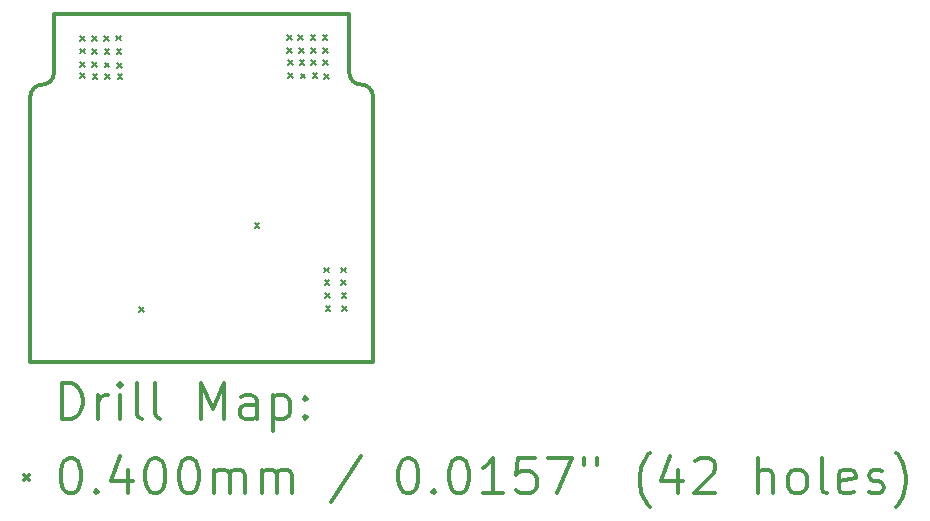
<source format=gbr>
%FSLAX45Y45*%
G04 Gerber Fmt 4.5, Leading zero omitted, Abs format (unit mm)*
G04 Created by KiCad (PCBNEW 5.1.12-84ad8e8a86~92~ubuntu20.04.1) date 2022-05-26 21:25:54*
%MOMM*%
%LPD*%
G01*
G04 APERTURE LIST*
%TA.AperFunction,Profile*%
%ADD10C,0.300000*%
%TD*%
%ADD11C,0.200000*%
%ADD12C,0.300000*%
G04 APERTURE END LIST*
D10*
X10045000Y-3508000D02*
G75*
G02*
X9945000Y-3608000I-100000J0D01*
G01*
X9845000Y-3708000D02*
G75*
G02*
X9945000Y-3608000I100000J0D01*
G01*
X10045000Y-3508000D02*
X10045000Y-3008000D01*
X9845000Y-3708000D02*
X9845000Y-5958000D01*
X10045000Y-3008000D02*
X12545000Y-3008000D01*
X12545000Y-3008000D02*
X12545000Y-3508000D01*
X12645000Y-3608000D02*
G75*
G02*
X12545000Y-3508000I0J100000D01*
G01*
X12645000Y-3608000D02*
G75*
G02*
X12745000Y-3708000I0J-100000D01*
G01*
X12745000Y-3708000D02*
X12745000Y-5958000D01*
X12745000Y-5958000D02*
X9845000Y-5958000D01*
D11*
X10263698Y-3304606D02*
X10303698Y-3344606D01*
X10303698Y-3304606D02*
X10263698Y-3344606D01*
X10264460Y-3416366D02*
X10304460Y-3456366D01*
X10304460Y-3416366D02*
X10264460Y-3456366D01*
X10264968Y-3200720D02*
X10304968Y-3240720D01*
X10304968Y-3200720D02*
X10264968Y-3240720D01*
X10265222Y-3513140D02*
X10305222Y-3553140D01*
X10305222Y-3513140D02*
X10265222Y-3553140D01*
X10366822Y-3199450D02*
X10406822Y-3239450D01*
X10406822Y-3199450D02*
X10366822Y-3239450D01*
X10367076Y-3307654D02*
X10407076Y-3347654D01*
X10407076Y-3307654D02*
X10367076Y-3347654D01*
X10369362Y-3421192D02*
X10409362Y-3461192D01*
X10409362Y-3421192D02*
X10369362Y-3461192D01*
X10372664Y-3519744D02*
X10412664Y-3559744D01*
X10412664Y-3519744D02*
X10372664Y-3559744D01*
X10470454Y-3196656D02*
X10510454Y-3236656D01*
X10510454Y-3196656D02*
X10470454Y-3236656D01*
X10472740Y-3306130D02*
X10512740Y-3346130D01*
X10512740Y-3306130D02*
X10472740Y-3346130D01*
X10472740Y-3422716D02*
X10512740Y-3462716D01*
X10512740Y-3422716D02*
X10472740Y-3462716D01*
X10478836Y-3521014D02*
X10518836Y-3561014D01*
X10518836Y-3521014D02*
X10478836Y-3561014D01*
X10571038Y-3194116D02*
X10611038Y-3234116D01*
X10611038Y-3194116D02*
X10571038Y-3234116D01*
X10574594Y-3307654D02*
X10614594Y-3347654D01*
X10614594Y-3307654D02*
X10574594Y-3347654D01*
X10580690Y-3425002D02*
X10620690Y-3465002D01*
X10620690Y-3425002D02*
X10580690Y-3465002D01*
X10583484Y-3522538D02*
X10623484Y-3562538D01*
X10623484Y-3522538D02*
X10583484Y-3562538D01*
X10766872Y-5492308D02*
X10806872Y-5532308D01*
X10806872Y-5492308D02*
X10766872Y-5532308D01*
X11742994Y-4779584D02*
X11782994Y-4819584D01*
X11782994Y-4779584D02*
X11742994Y-4819584D01*
X12017060Y-3190560D02*
X12057060Y-3230560D01*
X12057060Y-3190560D02*
X12017060Y-3230560D01*
X12021124Y-3298002D02*
X12061124Y-3338002D01*
X12061124Y-3298002D02*
X12021124Y-3338002D01*
X12026458Y-3404174D02*
X12066458Y-3444174D01*
X12066458Y-3404174D02*
X12026458Y-3444174D01*
X12028744Y-3509584D02*
X12068744Y-3549584D01*
X12068744Y-3509584D02*
X12028744Y-3549584D01*
X12113834Y-3186496D02*
X12153834Y-3226496D01*
X12153834Y-3186496D02*
X12113834Y-3226496D01*
X12117898Y-3299272D02*
X12157898Y-3339272D01*
X12157898Y-3299272D02*
X12117898Y-3339272D01*
X12124756Y-3401380D02*
X12164756Y-3441380D01*
X12164756Y-3401380D02*
X12124756Y-3441380D01*
X12133646Y-3514410D02*
X12173646Y-3554410D01*
X12173646Y-3514410D02*
X12133646Y-3554410D01*
X12217212Y-3189036D02*
X12257212Y-3229036D01*
X12257212Y-3189036D02*
X12217212Y-3229036D01*
X12224070Y-3302066D02*
X12264070Y-3342066D01*
X12264070Y-3302066D02*
X12224070Y-3342066D01*
X12224070Y-3401380D02*
X12264070Y-3441380D01*
X12264070Y-3401380D02*
X12224070Y-3441380D01*
X12234992Y-3512886D02*
X12274992Y-3552886D01*
X12274992Y-3512886D02*
X12234992Y-3552886D01*
X12318050Y-3189036D02*
X12358050Y-3229036D01*
X12358050Y-3189036D02*
X12318050Y-3229036D01*
X12320844Y-3400110D02*
X12360844Y-3440110D01*
X12360844Y-3400110D02*
X12320844Y-3440110D01*
X12322114Y-3302066D02*
X12362114Y-3342066D01*
X12362114Y-3302066D02*
X12322114Y-3342066D01*
X12330242Y-3519236D02*
X12370242Y-3559236D01*
X12370242Y-3519236D02*
X12330242Y-3559236D01*
X12334560Y-5157790D02*
X12374560Y-5197790D01*
X12374560Y-5157790D02*
X12334560Y-5197790D01*
X12336084Y-5265486D02*
X12376084Y-5305486D01*
X12376084Y-5265486D02*
X12336084Y-5305486D01*
X12340910Y-5376738D02*
X12380910Y-5416738D01*
X12380910Y-5376738D02*
X12340910Y-5416738D01*
X12344212Y-5484688D02*
X12384212Y-5524688D01*
X12384212Y-5484688D02*
X12344212Y-5524688D01*
X12476546Y-5265486D02*
X12516546Y-5305486D01*
X12516546Y-5265486D02*
X12476546Y-5305486D01*
X12476800Y-5157790D02*
X12516800Y-5197790D01*
X12516800Y-5157790D02*
X12476800Y-5197790D01*
X12479594Y-5373436D02*
X12519594Y-5413436D01*
X12519594Y-5373436D02*
X12479594Y-5413436D01*
X12481372Y-5481386D02*
X12521372Y-5521386D01*
X12521372Y-5481386D02*
X12481372Y-5521386D01*
D12*
X10116428Y-6438714D02*
X10116428Y-6138714D01*
X10187857Y-6138714D01*
X10230714Y-6153000D01*
X10259286Y-6181571D01*
X10273571Y-6210143D01*
X10287857Y-6267286D01*
X10287857Y-6310143D01*
X10273571Y-6367286D01*
X10259286Y-6395857D01*
X10230714Y-6424429D01*
X10187857Y-6438714D01*
X10116428Y-6438714D01*
X10416428Y-6438714D02*
X10416428Y-6238714D01*
X10416428Y-6295857D02*
X10430714Y-6267286D01*
X10445000Y-6253000D01*
X10473571Y-6238714D01*
X10502143Y-6238714D01*
X10602143Y-6438714D02*
X10602143Y-6238714D01*
X10602143Y-6138714D02*
X10587857Y-6153000D01*
X10602143Y-6167286D01*
X10616428Y-6153000D01*
X10602143Y-6138714D01*
X10602143Y-6167286D01*
X10787857Y-6438714D02*
X10759286Y-6424429D01*
X10745000Y-6395857D01*
X10745000Y-6138714D01*
X10945000Y-6438714D02*
X10916428Y-6424429D01*
X10902143Y-6395857D01*
X10902143Y-6138714D01*
X11287857Y-6438714D02*
X11287857Y-6138714D01*
X11387857Y-6353000D01*
X11487857Y-6138714D01*
X11487857Y-6438714D01*
X11759286Y-6438714D02*
X11759286Y-6281571D01*
X11745000Y-6253000D01*
X11716428Y-6238714D01*
X11659286Y-6238714D01*
X11630714Y-6253000D01*
X11759286Y-6424429D02*
X11730714Y-6438714D01*
X11659286Y-6438714D01*
X11630714Y-6424429D01*
X11616428Y-6395857D01*
X11616428Y-6367286D01*
X11630714Y-6338714D01*
X11659286Y-6324429D01*
X11730714Y-6324429D01*
X11759286Y-6310143D01*
X11902143Y-6238714D02*
X11902143Y-6538714D01*
X11902143Y-6253000D02*
X11930714Y-6238714D01*
X11987857Y-6238714D01*
X12016428Y-6253000D01*
X12030714Y-6267286D01*
X12045000Y-6295857D01*
X12045000Y-6381571D01*
X12030714Y-6410143D01*
X12016428Y-6424429D01*
X11987857Y-6438714D01*
X11930714Y-6438714D01*
X11902143Y-6424429D01*
X12173571Y-6410143D02*
X12187857Y-6424429D01*
X12173571Y-6438714D01*
X12159286Y-6424429D01*
X12173571Y-6410143D01*
X12173571Y-6438714D01*
X12173571Y-6253000D02*
X12187857Y-6267286D01*
X12173571Y-6281571D01*
X12159286Y-6267286D01*
X12173571Y-6253000D01*
X12173571Y-6281571D01*
X9790000Y-6913000D02*
X9830000Y-6953000D01*
X9830000Y-6913000D02*
X9790000Y-6953000D01*
X10173571Y-6768714D02*
X10202143Y-6768714D01*
X10230714Y-6783000D01*
X10245000Y-6797286D01*
X10259286Y-6825857D01*
X10273571Y-6883000D01*
X10273571Y-6954429D01*
X10259286Y-7011571D01*
X10245000Y-7040143D01*
X10230714Y-7054429D01*
X10202143Y-7068714D01*
X10173571Y-7068714D01*
X10145000Y-7054429D01*
X10130714Y-7040143D01*
X10116428Y-7011571D01*
X10102143Y-6954429D01*
X10102143Y-6883000D01*
X10116428Y-6825857D01*
X10130714Y-6797286D01*
X10145000Y-6783000D01*
X10173571Y-6768714D01*
X10402143Y-7040143D02*
X10416428Y-7054429D01*
X10402143Y-7068714D01*
X10387857Y-7054429D01*
X10402143Y-7040143D01*
X10402143Y-7068714D01*
X10673571Y-6868714D02*
X10673571Y-7068714D01*
X10602143Y-6754429D02*
X10530714Y-6968714D01*
X10716428Y-6968714D01*
X10887857Y-6768714D02*
X10916428Y-6768714D01*
X10945000Y-6783000D01*
X10959286Y-6797286D01*
X10973571Y-6825857D01*
X10987857Y-6883000D01*
X10987857Y-6954429D01*
X10973571Y-7011571D01*
X10959286Y-7040143D01*
X10945000Y-7054429D01*
X10916428Y-7068714D01*
X10887857Y-7068714D01*
X10859286Y-7054429D01*
X10845000Y-7040143D01*
X10830714Y-7011571D01*
X10816428Y-6954429D01*
X10816428Y-6883000D01*
X10830714Y-6825857D01*
X10845000Y-6797286D01*
X10859286Y-6783000D01*
X10887857Y-6768714D01*
X11173571Y-6768714D02*
X11202143Y-6768714D01*
X11230714Y-6783000D01*
X11245000Y-6797286D01*
X11259286Y-6825857D01*
X11273571Y-6883000D01*
X11273571Y-6954429D01*
X11259286Y-7011571D01*
X11245000Y-7040143D01*
X11230714Y-7054429D01*
X11202143Y-7068714D01*
X11173571Y-7068714D01*
X11145000Y-7054429D01*
X11130714Y-7040143D01*
X11116428Y-7011571D01*
X11102143Y-6954429D01*
X11102143Y-6883000D01*
X11116428Y-6825857D01*
X11130714Y-6797286D01*
X11145000Y-6783000D01*
X11173571Y-6768714D01*
X11402143Y-7068714D02*
X11402143Y-6868714D01*
X11402143Y-6897286D02*
X11416428Y-6883000D01*
X11445000Y-6868714D01*
X11487857Y-6868714D01*
X11516428Y-6883000D01*
X11530714Y-6911571D01*
X11530714Y-7068714D01*
X11530714Y-6911571D02*
X11545000Y-6883000D01*
X11573571Y-6868714D01*
X11616428Y-6868714D01*
X11645000Y-6883000D01*
X11659286Y-6911571D01*
X11659286Y-7068714D01*
X11802143Y-7068714D02*
X11802143Y-6868714D01*
X11802143Y-6897286D02*
X11816428Y-6883000D01*
X11845000Y-6868714D01*
X11887857Y-6868714D01*
X11916428Y-6883000D01*
X11930714Y-6911571D01*
X11930714Y-7068714D01*
X11930714Y-6911571D02*
X11945000Y-6883000D01*
X11973571Y-6868714D01*
X12016428Y-6868714D01*
X12045000Y-6883000D01*
X12059286Y-6911571D01*
X12059286Y-7068714D01*
X12645000Y-6754429D02*
X12387857Y-7140143D01*
X13030714Y-6768714D02*
X13059286Y-6768714D01*
X13087857Y-6783000D01*
X13102143Y-6797286D01*
X13116428Y-6825857D01*
X13130714Y-6883000D01*
X13130714Y-6954429D01*
X13116428Y-7011571D01*
X13102143Y-7040143D01*
X13087857Y-7054429D01*
X13059286Y-7068714D01*
X13030714Y-7068714D01*
X13002143Y-7054429D01*
X12987857Y-7040143D01*
X12973571Y-7011571D01*
X12959286Y-6954429D01*
X12959286Y-6883000D01*
X12973571Y-6825857D01*
X12987857Y-6797286D01*
X13002143Y-6783000D01*
X13030714Y-6768714D01*
X13259286Y-7040143D02*
X13273571Y-7054429D01*
X13259286Y-7068714D01*
X13245000Y-7054429D01*
X13259286Y-7040143D01*
X13259286Y-7068714D01*
X13459286Y-6768714D02*
X13487857Y-6768714D01*
X13516428Y-6783000D01*
X13530714Y-6797286D01*
X13545000Y-6825857D01*
X13559286Y-6883000D01*
X13559286Y-6954429D01*
X13545000Y-7011571D01*
X13530714Y-7040143D01*
X13516428Y-7054429D01*
X13487857Y-7068714D01*
X13459286Y-7068714D01*
X13430714Y-7054429D01*
X13416428Y-7040143D01*
X13402143Y-7011571D01*
X13387857Y-6954429D01*
X13387857Y-6883000D01*
X13402143Y-6825857D01*
X13416428Y-6797286D01*
X13430714Y-6783000D01*
X13459286Y-6768714D01*
X13845000Y-7068714D02*
X13673571Y-7068714D01*
X13759286Y-7068714D02*
X13759286Y-6768714D01*
X13730714Y-6811571D01*
X13702143Y-6840143D01*
X13673571Y-6854429D01*
X14116428Y-6768714D02*
X13973571Y-6768714D01*
X13959286Y-6911571D01*
X13973571Y-6897286D01*
X14002143Y-6883000D01*
X14073571Y-6883000D01*
X14102143Y-6897286D01*
X14116428Y-6911571D01*
X14130714Y-6940143D01*
X14130714Y-7011571D01*
X14116428Y-7040143D01*
X14102143Y-7054429D01*
X14073571Y-7068714D01*
X14002143Y-7068714D01*
X13973571Y-7054429D01*
X13959286Y-7040143D01*
X14230714Y-6768714D02*
X14430714Y-6768714D01*
X14302143Y-7068714D01*
X14530714Y-6768714D02*
X14530714Y-6825857D01*
X14645000Y-6768714D02*
X14645000Y-6825857D01*
X15087857Y-7183000D02*
X15073571Y-7168714D01*
X15045000Y-7125857D01*
X15030714Y-7097286D01*
X15016428Y-7054429D01*
X15002143Y-6983000D01*
X15002143Y-6925857D01*
X15016428Y-6854429D01*
X15030714Y-6811571D01*
X15045000Y-6783000D01*
X15073571Y-6740143D01*
X15087857Y-6725857D01*
X15330714Y-6868714D02*
X15330714Y-7068714D01*
X15259286Y-6754429D02*
X15187857Y-6968714D01*
X15373571Y-6968714D01*
X15473571Y-6797286D02*
X15487857Y-6783000D01*
X15516428Y-6768714D01*
X15587857Y-6768714D01*
X15616428Y-6783000D01*
X15630714Y-6797286D01*
X15645000Y-6825857D01*
X15645000Y-6854429D01*
X15630714Y-6897286D01*
X15459286Y-7068714D01*
X15645000Y-7068714D01*
X16002143Y-7068714D02*
X16002143Y-6768714D01*
X16130714Y-7068714D02*
X16130714Y-6911571D01*
X16116428Y-6883000D01*
X16087857Y-6868714D01*
X16045000Y-6868714D01*
X16016428Y-6883000D01*
X16002143Y-6897286D01*
X16316428Y-7068714D02*
X16287857Y-7054429D01*
X16273571Y-7040143D01*
X16259286Y-7011571D01*
X16259286Y-6925857D01*
X16273571Y-6897286D01*
X16287857Y-6883000D01*
X16316428Y-6868714D01*
X16359286Y-6868714D01*
X16387857Y-6883000D01*
X16402143Y-6897286D01*
X16416428Y-6925857D01*
X16416428Y-7011571D01*
X16402143Y-7040143D01*
X16387857Y-7054429D01*
X16359286Y-7068714D01*
X16316428Y-7068714D01*
X16587857Y-7068714D02*
X16559286Y-7054429D01*
X16545000Y-7025857D01*
X16545000Y-6768714D01*
X16816428Y-7054429D02*
X16787857Y-7068714D01*
X16730714Y-7068714D01*
X16702143Y-7054429D01*
X16687857Y-7025857D01*
X16687857Y-6911571D01*
X16702143Y-6883000D01*
X16730714Y-6868714D01*
X16787857Y-6868714D01*
X16816428Y-6883000D01*
X16830714Y-6911571D01*
X16830714Y-6940143D01*
X16687857Y-6968714D01*
X16945000Y-7054429D02*
X16973571Y-7068714D01*
X17030714Y-7068714D01*
X17059286Y-7054429D01*
X17073571Y-7025857D01*
X17073571Y-7011571D01*
X17059286Y-6983000D01*
X17030714Y-6968714D01*
X16987857Y-6968714D01*
X16959286Y-6954429D01*
X16945000Y-6925857D01*
X16945000Y-6911571D01*
X16959286Y-6883000D01*
X16987857Y-6868714D01*
X17030714Y-6868714D01*
X17059286Y-6883000D01*
X17173571Y-7183000D02*
X17187857Y-7168714D01*
X17216428Y-7125857D01*
X17230714Y-7097286D01*
X17245000Y-7054429D01*
X17259286Y-6983000D01*
X17259286Y-6925857D01*
X17245000Y-6854429D01*
X17230714Y-6811571D01*
X17216428Y-6783000D01*
X17187857Y-6740143D01*
X17173571Y-6725857D01*
M02*

</source>
